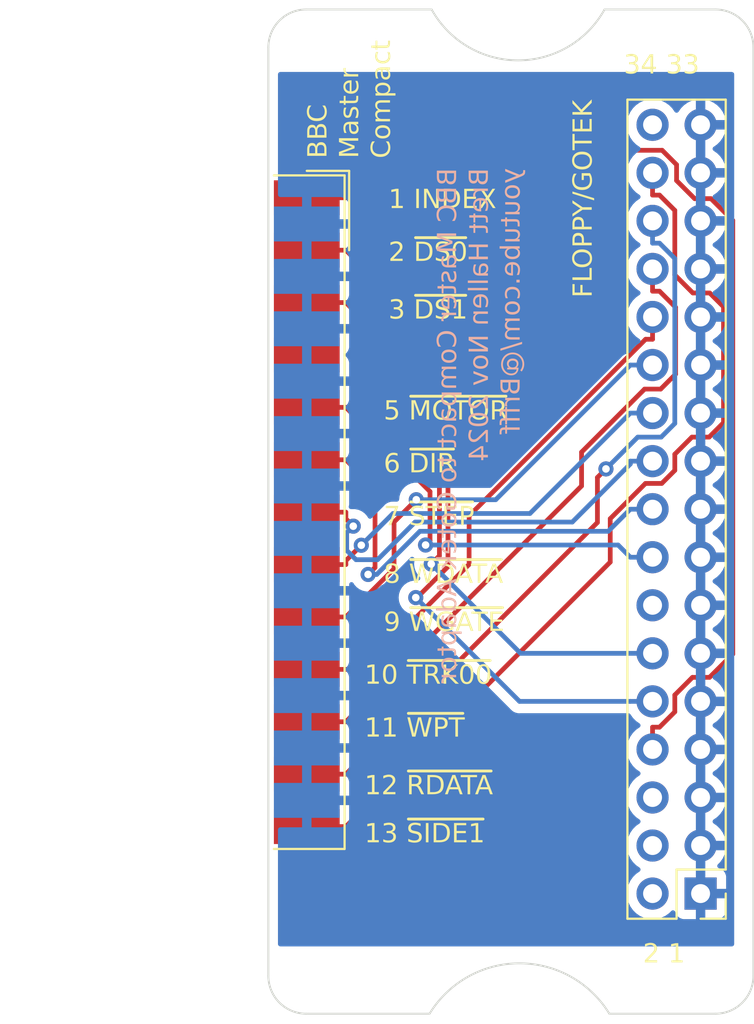
<source format=kicad_pcb>
(kicad_pcb (version 20221018) (generator pcbnew)
  (title_block (title "BBC Master Compact Floppy Adaptor") (date "17-Nov-2024") (rev "1.1-0") (company "Brett Hallen") (comment 1 "WWW.YOUTUBE.COM/@BRFFF"))
  (layers (0 "F.Cu" signal) (31 "B.Cu" signal) (34 "B.Paste" user) (35 "F.Paste" user) (36 "B.SilkS" user "B.Silkscreen") (37 "F.SilkS" user "F.Silkscreen") (38 "B.Mask" user) (39 "F.Mask" user) (44 "Edge.Cuts" user))
  (net 0 "")
  (net 1 "~{INDEX}")
  (net 2 "~{RDATA}")
  (net 3 "~{WPT}")
  (net 4 "~{TRK00}")
  (net 5 "~{WGATE}")
  (net 6 "~{WDATA}")
  (net 7 "~{STEP}")
  (net 8 "~{DIR}")
  (net 9 "~{MOTOR}")
  (net 11 "~{DS1}")
  (net 12 "~{DS0}")
  (net 13 "~{SIDE1}")
  (net 14 "GND")
  (footprint "Connector_Dsub:DSUB-25_Male_EdgeMount_P2.77mm" (layer "F.Cu") (at 98.298 69.5 -90)
    (fp_text reference "J1" hide)
    (fp_text value "BBC Master Compact" hide)
    (fp_line (start -18.043333 -2.24) (end -13.85 -2.24) (stroke (width 0.12)) (layer "F.SilkS"))
    (fp_line (start -18.043333 0) (end -18.043333 -2.24) (stroke (width 0.12)) (layer "F.SilkS"))
    (fp_line (start -17.803333 -2) (end -17.803333 1.74) (stroke (width 0.12)) (layer "F.SilkS"))
    (fp_line (start 17.803333 -2) (end -17.803333 -2) (stroke (width 0.12)) (layer "F.SilkS"))
    (fp_line (start 17.803333 1.74) (end 17.803333 -2) (stroke (width 0.12)) (layer "F.SilkS"))
    (pad "1" smd rect (at -16.62 0 270) (size 1.846667 3.48) (layers "F.Cu" "F.Paste" "F.Mask") (net 1 "~{INDEX}"))
    (pad "2" smd rect (at -13.85 0 270) (size 1.846667 3.48) (layers "F.Cu" "F.Paste" "F.Mask") (net 12 "~{DS0}"))
    (pad "3" smd rect (at -11.08 0 270) (size 1.846667 3.48) (layers "F.Cu" "F.Paste" "F.Mask") (net 11 "~{DS1}"))
    (pad "4" smd rect (at -8.31 0 270) (size 1.846667 3.48) (layers "F.Cu" "F.Paste" "F.Mask"))
    (pad "5" smd rect (at -5.54 0 270) (size 1.846667 3.48) (layers "F.Cu" "F.Paste" "F.Mask") (net 9 "~{MOTOR}"))
    (pad "6" smd rect (at -2.77 0 270) (size 1.846667 3.48) (layers "F.Cu" "F.Paste" "F.Mask") (net 8 "~{DIR}"))
    (pad "7" smd rect (at 0 0 270) (size 1.846667 3.48) (layers "F.Cu" "F.Paste" "F.Mask") (net 7 "~{STEP}"))
    (pad "8" smd rect (at 2.77 0 270) (size 1.846667 3.48) (layers "F.Cu" "F.Paste" "F.Mask") (net 6 "~{WDATA}"))
    (pad "9" smd rect (at 5.54 0 270) (size 1.846667 3.48) (layers "F.Cu" "F.Paste" "F.Mask") (net 5 "~{WGATE}"))
    (pad "10" smd rect (at 8.31 0 270) (size 1.846667 3.48) (layers "F.Cu" "F.Paste" "F.Mask") (net 4 "~{TRK00}"))
    (pad "11" smd rect (at 11.08 0 270) (size 1.846667 3.48) (layers "F.Cu" "F.Paste" "F.Mask") (net 3 "~{WPT}"))
    (pad "12" smd rect (at 13.85 0 270) (size 1.846667 3.48) (layers "F.Cu" "F.Paste" "F.Mask") (net 2 "~{RDATA}"))
    (pad "13" smd rect (at 16.62 0 270) (size 1.846667 3.48) (layers "F.Cu" "F.Paste" "F.Mask") (net 13 "~{SIDE1}"))
    (pad "14" smd rect (at -15.235 0 270) (size 1.846667 3.48) (layers "B.Cu" "B.Paste" "B.Mask") (net 14 "GND"))
    (pad "15" smd rect (at -12.465 0 270) (size 1.846667 3.48) (layers "B.Cu" "B.Paste" "B.Mask") (net 14 "GND"))
    (pad "16" smd rect (at -9.695 0 270) (size 1.846667 3.48) (layers "B.Cu" "B.Paste" "B.Mask") (net 14 "GND"))
    (pad "17" smd rect (at -6.925 0 270) (size 1.846667 3.48) (layers "B.Cu" "B.Paste" "B.Mask") (net 14 "GND"))
    (pad "18" smd rect (at -4.155 0 270) (size 1.846667 3.48) (layers "B.Cu" "B.Paste" "B.Mask") (net 14 "GND"))
    (pad "19" smd rect (at -1.385 0 270) (size 1.846667 3.48) (layers "B.Cu" "B.Paste" "B.Mask") (net 14 "GND"))
    (pad "20" smd rect (at 1.385 0 270) (size 1.846667 3.48) (layers "B.Cu" "B.Paste" "B.Mask") (net 14 "GND"))
    (pad "21" smd rect (at 4.155 0 270) (size 1.846667 3.48) (layers "B.Cu" "B.Paste" "B.Mask") (net 14 "GND"))
    (pad "22" smd rect (at 6.925 0 270) (size 1.846667 3.48) (layers "B.Cu" "B.Paste" "B.Mask") (net 14 "GND"))
    (pad "23" smd rect (at 9.695 0 270) (size 1.846667 3.48) (layers "B.Cu" "B.Paste" "B.Mask") (net 14 "GND"))
    (pad "24" smd rect (at 12.465 0 270) (size 1.846667 3.48) (layers "B.Cu" "B.Paste" "B.Mask") (net 14 "GND"))
    (pad "25" smd rect (at 15.235 0 270) (size 1.846667 3.48) (layers "B.Cu" "B.Paste" "B.Mask") (net 14 "GND"))
  )
  (footprint "Connector_PinHeader_2.54mm:PinHeader_2x17_P2.54mm_Vertical" (layer "F.Cu") (at 119.126 89.662 180)
    (fp_text reference "J2" hide)
    (fp_text value "Gotek" hide)
    (fp_line (start -1.33 -1.33) (end 0 -1.33) (stroke (width 0.12)) (layer "F.SilkS"))
    (fp_line (start -1.33 0) (end -1.33 -1.33) (stroke (width 0.12)) (layer "F.SilkS"))
    (fp_line (start -1.33 1.27) (end -1.33 41.97) (stroke (width 0.12)) (layer "F.SilkS"))
    (fp_line (start -1.33 1.27) (end 1.27 1.27) (stroke (width 0.12)) (layer "F.SilkS"))
    (fp_line (start -1.33 41.97) (end 3.87 41.97) (stroke (width 0.12)) (layer "F.SilkS"))
    (fp_line (start 1.27 -1.33) (end 3.87 -1.33) (stroke (width 0.12)) (layer "F.SilkS"))
    (fp_line (start 1.27 1.27) (end 1.27 -1.33) (stroke (width 0.12)) (layer "F.SilkS"))
    (fp_line (start 3.87 -1.33) (end 3.87 41.97) (stroke (width 0.12)) (layer "F.SilkS"))
    (pad "1" thru_hole rect (at 0 0 180) (size 1.7 1.7) (drill 1) (layers "*.Cu" "*.Mask") (net 14 "GND"))
    (pad "2" thru_hole oval (at 2.54 0 180) (size 1.7 1.7) (drill 1) (layers "*.Cu" "*.Mask"))
    (pad "3" thru_hole oval (at 0 2.54 180) (size 1.7 1.7) (drill 1) (layers "*.Cu" "*.Mask") (net 14 "GND"))
    (pad "4" thru_hole oval (at 2.54 2.54 180) (size 1.7 1.7) (drill 1) (layers "*.Cu" "*.Mask"))
    (pad "5" thru_hole oval (at 0 5.08 180) (size 1.7 1.7) (drill 1) (layers "*.Cu" "*.Mask") (net 14 "GND"))
    (pad "6" thru_hole oval (at 2.54 5.08 180) (size 1.7 1.7) (drill 1) (layers "*.Cu" "*.Mask"))
    (pad "7" thru_hole oval (at 0 7.62 180) (size 1.7 1.7) (drill 1) (layers "*.Cu" "*.Mask") (net 14 "GND"))
    (pad "8" thru_hole oval (at 2.54 7.62 180) (size 1.7 1.7) (drill 1) (layers "*.Cu" "*.Mask") (net 1 "~{INDEX}"))
    (pad "9" thru_hole oval (at 0 10.16 180) (size 1.7 1.7) (drill 1) (layers "*.Cu" "*.Mask") (net 14 "GND"))
    (pad "10" thru_hole oval (at 2.54 10.16 180) (size 1.7 1.7) (drill 1) (layers "*.Cu" "*.Mask") (net 12 "~{DS0}"))
    (pad "11" thru_hole oval (at 0 12.7 180) (size 1.7 1.7) (drill 1) (layers "*.Cu" "*.Mask") (net 14 "GND"))
    (pad "12" thru_hole oval (at 2.54 12.7 180) (size 1.7 1.7) (drill 1) (layers "*.Cu" "*.Mask") (net 11 "~{DS1}"))
    (pad "13" thru_hole oval (at 0 15.24 180) (size 1.7 1.7) (drill 1) (layers "*.Cu" "*.Mask") (net 14 "GND"))
    (pad "14" thru_hole oval (at 2.54 15.24 180) (size 1.7 1.7) (drill 1) (layers "*.Cu" "*.Mask"))
    (pad "15" thru_hole oval (at 0 17.78 180) (size 1.7 1.7) (drill 1) (layers "*.Cu" "*.Mask") (net 14 "GND"))
    (pad "16" thru_hole oval (at 2.54 17.78 180) (size 1.7 1.7) (drill 1) (layers "*.Cu" "*.Mask") (net 9 "~{MOTOR}"))
    (pad "17" thru_hole oval (at 0 20.32 180) (size 1.7 1.7) (drill 1) (layers "*.Cu" "*.Mask") (net 14 "GND"))
    (pad "18" thru_hole oval (at 2.54 20.32 180) (size 1.7 1.7) (drill 1) (layers "*.Cu" "*.Mask") (net 8 "~{DIR}"))
    (pad "19" thru_hole oval (at 0 22.86 180) (size 1.7 1.7) (drill 1) (layers "*.Cu" "*.Mask") (net 14 "GND"))
    (pad "20" thru_hole oval (at 2.54 22.86 180) (size 1.7 1.7) (drill 1) (layers "*.Cu" "*.Mask") (net 7 "~{STEP}"))
    (pad "21" thru_hole oval (at 0 25.4 180) (size 1.7 1.7) (drill 1) (layers "*.Cu" "*.Mask") (net 14 "GND"))
    (pad "22" thru_hole oval (at 2.54 25.4 180) (size 1.7 1.7) (drill 1) (layers "*.Cu" "*.Mask") (net 6 "~{WDATA}"))
    (pad "23" thru_hole oval (at 0 27.94 180) (size 1.7 1.7) (drill 1) (layers "*.Cu" "*.Mask") (net 14 "GND"))
    (pad "24" thru_hole oval (at 2.54 27.94 180) (size 1.7 1.7) (drill 1) (layers "*.Cu" "*.Mask") (net 5 "~{WGATE}"))
    (pad "25" thru_hole oval (at 0 30.48 180) (size 1.7 1.7) (drill 1) (layers "*.Cu" "*.Mask") (net 14 "GND"))
    (pad "26" thru_hole oval (at 2.54 30.48 180) (size 1.7 1.7) (drill 1) (layers "*.Cu" "*.Mask") (net 4 "~{TRK00}"))
    (pad "27" thru_hole oval (at 0 33.02 180) (size 1.7 1.7) (drill 1) (layers "*.Cu" "*.Mask") (net 14 "GND"))
    (pad "28" thru_hole oval (at 2.54 33.02 180) (size 1.7 1.7) (drill 1) (layers "*.Cu" "*.Mask") (net 3 "~{WPT}"))
    (pad "29" thru_hole oval (at 0 35.56 180) (size 1.7 1.7) (drill 1) (layers "*.Cu" "*.Mask") (net 14 "GND"))
    (pad "30" thru_hole oval (at 2.54 35.56 180) (size 1.7 1.7) (drill 1) (layers "*.Cu" "*.Mask") (net 2 "~{RDATA}"))
    (pad "31" thru_hole oval (at 0 38.1 180) (size 1.7 1.7) (drill 1) (layers "*.Cu" "*.Mask") (net 14 "GND"))
    (pad "32" thru_hole oval (at 2.54 38.1 180) (size 1.7 1.7) (drill 1) (layers "*.Cu" "*.Mask") (net 13 "~{SIDE1}"))
    (pad "33" thru_hole oval (at 0 40.64 180) (size 1.7 1.7) (drill 1) (layers "*.Cu" "*.Mask") (net 14 "GND"))
    (pad "34" thru_hole oval (at 2.54 40.64 180) (size 1.7 1.7) (drill 1) (layers "*.Cu" "*.Mask"))
  )
  (gr_line (start 96.266 44.926) (end 96.266 94.012) (stroke (width 0.1)) (layer "Edge.Cuts"))
  (gr_arc (start 121.92 94.012) (mid 121.334214 95.426214) (end 119.92 96.012) (stroke (width 0.1)) (layer "Edge.Cuts"))
  (gr_line (start 114.046 42.926) (end 119.92 42.926) (stroke (width 0.1)) (layer "Edge.Cuts"))
  (gr_line (start 121.92 94.012) (end 121.92 44.926) (stroke (width 0.1)) (layer "Edge.Cuts"))
  (gr_arc (start 114.046 42.926) (mid 109.474 45.61618) (end 104.902 42.926) (stroke (width 0.1)) (layer "Edge.Cuts"))
  (gr_line (start 98.266 42.926) (end 104.902 42.926) (stroke (width 0.1)) (layer "Edge.Cuts"))
  (gr_arc (start 104.792185 96.012) (mid 109.546092 93.348971) (end 114.299999 96.012) (stroke (width 0.1)) (layer "Edge.Cuts"))
  (gr_arc (start 119.92 42.926) (mid 121.334214 43.511786) (end 121.92 44.926) (stroke (width 0.1)) (layer "Edge.Cuts"))
  (gr_line (start 98.266 96.012) (end 104.792185 96.012) (stroke (width 0.1)) (layer "Edge.Cuts"))
  (gr_line (start 114.3 96.012) (end 119.92 96.012) (stroke (width 0.1)) (layer "Edge.Cuts"))
  (gr_arc (start 98.266 96.012) (mid 96.851786 95.426214) (end 96.266 94.012) (stroke (width 0.1)) (layer "Edge.Cuts"))
  (gr_arc (start 96.266 44.926) (mid 96.851786 43.511786) (end 98.266 42.926) (stroke (width 0.1)) (layer "Edge.Cuts"))
  (gr_text "BBC Master Compact to Gotek Adaptor\nBrett Hallen Nov 2024\nyoutube.com/@Brfff" (at 109.728 51.308 90) (layer "B.SilkS") (effects (font (size 1 1)) (justify left bottom mirror)))
  (gr_text "10 ~{TRK00}" (at 101.346 78.74) (layer "F.SilkS") (effects (font (size 1 1)) (justify left bottom)))
  (gr_text "1 INDEX" (at 102.616 53.594) (layer "F.SilkS") (effects (font (size 1 1)) (justify left bottom)))
  (gr_text "13 ~{SIDE1}" (at 101.346 87.122) (layer "F.SilkS") (effects (font (size 1 1)) (justify left bottom)))
  (gr_text "2 1" (at 116.078 93.472) (layer "F.SilkS") (effects (font (size 1 1)) (justify left bottom)))
  (gr_text "7 ~{STEP}" (at 102.362 70.358) (layer "F.SilkS") (effects (font (size 1 1)) (justify left bottom)))
  (gr_text "3 ~{DS1}" (at 102.616 59.436) (layer "F.SilkS") (effects (font (size 1 1)) (justify left bottom)))
  (gr_text "8 ~{WDATA}" (at 102.362 73.406) (layer "F.SilkS") (effects (font (size 1 1)) (justify left bottom)))
  (gr_text "11 ~{WPT}" (at 101.346 81.534) (layer "F.SilkS") (effects (font (size 1 1)) (justify left bottom)))
  (gr_text "34 33" (at 115.062 46.482) (layer "F.SilkS") (effects (font (size 1 1)) (justify left bottom)))
  (gr_text "BBC\nMaster\nCompact" (at 102.87 50.8 90) (layer "F.SilkS") (effects (font (size 1 1)) (justify left bottom)))
  (gr_text "12 ~{RDATA}" (at 101.346 84.582) (layer "F.SilkS") (effects (font (size 1 1)) (justify left bottom)))
  (gr_text "9 ~{WGATE}" (at 102.362 75.946) (layer "F.SilkS") (effects (font (size 1 1)) (justify left bottom)))
  (gr_text "2 ~{DS0}" (at 102.616 56.388) (layer "F.SilkS") (effects (font (size 1 1)) (justify left bottom)))
  (gr_text "5 ~{MOTOR}" (at 102.362 64.77) (layer "F.SilkS") (effects (font (size 1 1)) (justify left bottom)))
  (gr_text "6 ~{DIR}" (at 102.362 67.564) (layer "F.SilkS") (effects (font (size 1 1)) (justify left bottom)))
  (gr_text "FLOPPY/GOTEK" (at 113.538 58.166 90) (layer "F.SilkS") (effects (font (size 1 1)) (justify left bottom)))
  (segment (start 117.7629 80.0561) (end 117.7629 79.1642) (width 0.25) (layer "F.Cu") (net 1))
  (segment (start 102.8753 50.3696) (end 100.3649 52.88) (width 0.25) (layer "F.Cu") (net 1))
  (segment (start 116.586 82.042) (end 116.586 80.8651) (width 0.25) (layer "F.Cu") (net 1))
  (segment (start 116.9539 80.8651) (end 117.7629 80.0561) (width 0.25) (layer "F.Cu") (net 1))
  (segment (start 120.8289 77.0017) (end 120.8289 54.0785) (width 0.25) (layer "F.Cu") (net 1))
  (segment (start 117.7629 79.1642) (end 118.6951 78.232) (width 0.25) (layer "F.Cu") (net 1))
  (segment (start 119.6755 52.9251) (end 118.8101 52.9251) (width 0.25) (layer "F.Cu") (net 1))
  (segment (start 119.5986 78.232) (end 120.8289 77.0017) (width 0.25) (layer "F.Cu") (net 1))
  (segment (start 98.298 52.88) (end 100.3649 52.88) (width 0.25) (layer "F.Cu") (net 1))
  (segment (start 116.586 80.8651) (end 116.9539 80.8651) (width 0.25) (layer "F.Cu") (net 1))
  (segment (start 120.8289 54.0785) (end 119.6755 52.9251) (width 0.25) (layer "F.Cu") (net 1))
  (segment (start 117.0945 50.3696) (end 102.8753 50.3696) (width 0.25) (layer "F.Cu") (net 1))
  (segment (start 117.856 51.1311) (end 117.0945 50.3696) (width 0.25) (layer "F.Cu") (net 1))
  (segment (start 118.8101 52.9251) (end 117.856 51.971) (width 0.25) (layer "F.Cu") (net 1))
  (segment (start 118.6951 78.232) (end 119.5986 78.232) (width 0.25) (layer "F.Cu") (net 1))
  (segment (start 117.856 51.971) (end 117.856 51.1311) (width 0.25) (layer "F.Cu") (net 1))
  (segment (start 114.1216 67.2131) (end 113.6697 67.665) (width 0.25) (layer "F.Cu") (net 2))
  (segment (start 98.298 83.35) (end 100.3649 83.35) (width 0.25) (layer "F.Cu") (net 2))
  (segment (start 113.6697 70.0452) (end 100.3649 83.35) (width 0.25) (layer "F.Cu") (net 2))
  (segment (start 113.6697 67.665) (end 113.6697 70.0452) (width 0.25) (layer "F.Cu") (net 2))
  (via (at 114.1216 67.2131) (size 0.8) (drill 0.4) (layers "F.Cu" "B.Cu") (net 2))
  (segment (start 117.7629 56.0879) (end 117.7629 64.8093) (width 0.25) (layer "B.Cu") (net 2))
  (segment (start 117.7629 64.8093) (end 117.0402 65.532) (width 0.25) (layer "B.Cu") (net 2))
  (segment (start 116.9539 55.2789) (end 117.7629 56.0879) (width 0.25) (layer "B.Cu") (net 2))
  (segment (start 116.586 55.2789) (end 116.9539 55.2789) (width 0.25) (layer "B.Cu") (net 2))
  (segment (start 115.8027 65.532) (end 114.1216 67.2131) (width 0.25) (layer "B.Cu") (net 2))
  (segment (start 116.586 54.102) (end 116.586 55.2789) (width 0.25) (layer "B.Cu") (net 2))
  (segment (start 117.0402 65.532) (end 115.8027 65.532) (width 0.25) (layer "B.Cu") (net 2))
  (segment (start 116.1656 62.992) (end 112.831 66.3266) (width 0.25) (layer "F.Cu") (net 3))
  (segment (start 98.298 80.58) (end 100.3649 80.58) (width 0.25) (layer "F.Cu") (net 3))
  (segment (start 112.831 66.3266) (end 112.831 68.1139) (width 0.25) (layer "F.Cu") (net 3))
  (segment (start 112.831 68.1139) (end 100.3649 80.58) (width 0.25) (layer "F.Cu") (net 3))
  (segment (start 116.9538 57.8189) (end 117.8036 58.6687) (width 0.25) (layer "F.Cu") (net 3))
  (segment (start 117.8036 62.2053) (end 117.0169 62.992) (width 0.25) (layer "F.Cu") (net 3))
  (segment (start 116.586 56.642) (end 116.586 57.8189) (width 0.25) (layer "F.Cu") (net 3))
  (segment (start 117.0169 62.992) (end 116.1656 62.992) (width 0.25) (layer "F.Cu") (net 3))
  (segment (start 116.586 57.8189) (end 116.9538 57.8189) (width 0.25) (layer "F.Cu") (net 3))
  (segment (start 117.8036 58.6687) (end 117.8036 62.2053) (width 0.25) (layer "F.Cu") (net 3))
  (segment (start 106.883 69.6941) (end 106.883 72.2593) (width 0.25) (layer "F.Cu") (net 4))
  (segment (start 101.3323 77.81) (end 98.298 77.81) (width 0.25) (layer "F.Cu") (net 4))
  (segment (start 106.883 72.2593) (end 101.3323 77.81) (width 0.25) (layer "F.Cu") (net 4))
  (segment (start 116.2182 60.3589) (end 106.883 69.6941) (width 0.25) (layer "F.Cu") (net 4))
  (segment (start 116.586 59.182) (end 116.586 60.3589) (width 0.25) (layer "F.Cu") (net 4))
  (segment (start 116.586 60.3589) (end 116.2182 60.3589) (width 0.25) (layer "F.Cu") (net 4))
  (segment (start 102.9136 72.4913) (end 100.3649 75.04) (width 0.25) (layer "F.Cu") (net 5))
  (segment (start 98.298 75.04) (end 100.3649 75.04) (width 0.25) (layer "F.Cu") (net 5))
  (segment (start 102.9136 70.0186) (end 102.9136 72.4913) (width 0.25) (layer "F.Cu") (net 5))
  (segment (start 104.0894 68.8428) (end 102.9136 70.0186) (width 0.25) (layer "F.Cu") (net 5))
  (via (at 104.0894 68.8428) (size 0.8) (drill 0.4) (layers "F.Cu" "B.Cu") (net 5))
  (segment (start 115.4091 61.722) (end 108.2883 68.8428) (width 0.25) (layer "B.Cu") (net 5))
  (segment (start 116.586 61.722) (end 115.4091 61.722) (width 0.25) (layer "B.Cu") (net 5))
  (segment (start 108.2883 68.8428) (end 104.0894 68.8428) (width 0.25) (layer "B.Cu") (net 5))
  (segment (start 101.1812 71.2478) (end 100.3649 72.0641) (width 0.25) (layer "F.Cu") (net 6))
  (segment (start 100.3649 72.0641) (end 100.3649 72.27) (width 0.25) (layer "F.Cu") (net 6))
  (segment (start 98.298 72.27) (end 100.3649 72.27) (width 0.25) (layer "F.Cu") (net 6))
  (via (at 101.1812 71.2478) (size 0.8) (drill 0.4) (layers "F.Cu" "B.Cu") (net 6))
  (segment (start 116.586 64.262) (end 115.4091 64.262) (width 0.25) (layer "B.Cu") (net 6))
  (segment (start 102.8593 69.5697) (end 110.1014 69.5697) (width 0.25) (layer "B.Cu") (net 6))
  (segment (start 110.1014 69.5697) (end 115.4091 64.262) (width 0.25) (layer "B.Cu") (net 6))
  (segment (start 101.1812 71.2478) (end 102.8593 69.5697) (width 0.25) (layer "B.Cu") (net 6))
  (segment (start 100.3649 69.5) (end 100.3649 69.8484) (width 0.25) (layer "F.Cu") (net 7))
  (segment (start 100.3649 69.8484) (end 100.7563 70.2398) (width 0.25) (layer "F.Cu") (net 7))
  (segment (start 98.298 69.5) (end 100.3649 69.5) (width 0.25) (layer "F.Cu") (net 7))
  (via (at 100.7563 70.2398) (size 0.8) (drill 0.4) (layers "F.Cu" "B.Cu") (net 7))
  (segment (start 100.4098 70.5863) (end 100.4098 71.5207) (width 0.25) (layer "B.Cu") (net 7))
  (segment (start 100.7563 70.2398) (end 100.4098 70.5863) (width 0.25) (layer "B.Cu") (net 7))
  (segment (start 102.0391 72.0121) (end 104.0296 70.0216) (width 0.25) (layer "B.Cu") (net 7))
  (segment (start 100.9012 72.0121) (end 102.0391 72.0121) (width 0.25) (layer "B.Cu") (net 7))
  (segment (start 100.4098 71.5207) (end 100.9012 72.0121) (width 0.25) (layer "B.Cu") (net 7))
  (segment (start 116.586 66.802) (end 115.4091 66.802) (width 0.25) (layer "B.Cu") (net 7))
  (segment (start 115.4091 66.9536) (end 115.4091 66.802) (width 0.25) (layer "B.Cu") (net 7))
  (segment (start 104.0296 70.0216) (end 112.3411 70.0216) (width 0.25) (layer "B.Cu") (net 7))
  (segment (start 112.3411 70.0216) (end 115.4091 66.9536) (width 0.25) (layer "B.Cu") (net 7))
  (segment (start 101.9081 68.2732) (end 100.3649 66.73) (width 0.25) (layer "F.Cu") (net 8))
  (segment (start 98.298 66.73) (end 100.3649 66.73) (width 0.25) (layer "F.Cu") (net 8))
  (segment (start 101.9081 72.4251) (end 101.9081 68.2732) (width 0.25) (layer "F.Cu") (net 8))
  (segment (start 101.5415 72.7917) (end 101.9081 72.4251) (width 0.25) (layer "F.Cu") (net 8))
  (via (at 101.5415 72.7917) (size 0.8) (drill 0.4) (layers "F.Cu" "B.Cu") (net 8))
  (segment (start 101.9981 72.7917) (end 104.2801 70.5097) (width 0.25) (layer "B.Cu") (net 8))
  (segment (start 114.2414 70.5097) (end 115.4091 69.342) (width 0.25) (layer "B.Cu") (net 8))
  (segment (start 104.2801 70.5097) (end 114.2414 70.5097) (width 0.25) (layer "B.Cu") (net 8))
  (segment (start 101.5415 72.7917) (end 101.9981 72.7917) (width 0.25) (layer "B.Cu") (net 8))
  (segment (start 116.586 69.342) (end 115.4091 69.342) (width 0.25) (layer "B.Cu") (net 8))
  (segment (start 104.5811 71.2366) (end 104.8163 71.0014) (width 0.25) (layer "F.Cu") (net 9))
  (segment (start 104.8163 71.0014) (end 104.8163 68.4114) (width 0.25) (layer "F.Cu") (net 9))
  (segment (start 104.8163 68.4114) (end 100.3649 63.96) (width 0.25) (layer "F.Cu") (net 9))
  (segment (start 98.298 63.96) (end 100.3649 63.96) (width 0.25) (layer "F.Cu") (net 9))
  (via (at 104.5811 71.2366) (size 0.8) (drill 0.4) (layers "F.Cu" "B.Cu") (net 9))
  (segment (start 116.586 71.882) (end 115.4091 71.882) (width 0.25) (layer "B.Cu") (net 9))
  (segment (start 115.4091 71.882) (end 114.7637 71.2366) (width 0.25) (layer "B.Cu") (net 9))
  (segment (start 114.7637 71.2366) (end 104.5811 71.2366) (width 0.25) (layer "B.Cu") (net 9))
  (segment (start 98.298 58.42) (end 100.3649 58.42) (width 0.25) (layer "F.Cu") (net 11))
  (segment (start 100.3649 58.42) (end 105.3128 63.3679) (width 0.25) (layer "F.Cu") (net 11))
  (segment (start 105.3128 63.3679) (end 105.3128 71.8063) (width 0.25) (layer "F.Cu") (net 11))
  (segment (start 105.3128 71.8063) (end 104.8805 72.2386) (width 0.25) (layer "F.Cu") (net 11))
  (via (at 104.8805 72.2386) (size 0.8) (drill 0.4) (layers "F.Cu" "B.Cu") (net 11))
  (segment (start 109.6039 76.962) (end 104.8805 72.2386) (width 0.25) (layer "B.Cu") (net 11))
  (segment (start 116.586 76.962) (end 109.6039 76.962) (width 0.25) (layer "B.Cu") (net 11))
  (segment (start 105.766 72.3813) (end 104.132 74.0153) (width 0.25) (layer "F.Cu") (net 12))
  (segment (start 104.132 74.0153) (end 104.0621 74.0153) (width 0.25) (layer "F.Cu") (net 12))
  (segment (start 105.766 61.0511) (end 105.766 72.3813) (width 0.25) (layer "F.Cu") (net 12))
  (segment (start 98.298 55.65) (end 100.3649 55.65) (width 0.25) (layer "F.Cu") (net 12))
  (segment (start 100.3649 55.65) (end 105.766 61.0511) (width 0.25) (layer "F.Cu") (net 12))
  (via (at 104.0621 74.0153) (size 0.8) (drill 0.4) (layers "F.Cu" "B.Cu") (net 12))
  (segment (start 109.5488 79.502) (end 104.0621 74.0153) (width 0.25) (layer "B.Cu") (net 12))
  (segment (start 115.4091 79.502) (end 109.5488 79.502) (width 0.25) (layer "B.Cu") (net 12))
  (segment (start 116.586 79.502) (end 115.4091 79.502) (width 0.25) (layer "B.Cu") (net 12))
  (segment (start 116.586 52.7389) (end 116.9539 52.7389) (width 0.25) (layer "F.Cu") (net 13))
  (segment (start 118.717 57.912) (end 119.6082 57.912) (width 0.25) (layer "F.Cu") (net 13))
  (segment (start 117.7629 53.5479) (end 117.7629 56.9579) (width 0.25) (layer "F.Cu") (net 13))
  (segment (start 114.3467 69.8457) (end 114.3467 72.1382) (width 0.25) (layer "F.Cu") (net 13))
  (segment (start 120.34 58.6438) (end 120.34 64.7687) (width 0.25) (layer "F.Cu") (net 13))
  (segment (start 119.5767 65.532) (end 118.667 65.532) (width 0.25) (layer "F.Cu") (net 13))
  (segment (start 118.667 65.532) (end 117.7629 66.4361) (width 0.25) (layer "F.Cu") (net 13))
  (segment (start 117.0723 67.9801) (end 116.2123 67.9801) (width 0.25) (layer "F.Cu") (net 13))
  (segment (start 116.2123 67.9801) (end 114.3467 69.8457) (width 0.25) (layer "F.Cu") (net 13))
  (segment (start 116.586 51.562) (end 116.586 52.7389) (width 0.25) (layer "F.Cu") (net 13))
  (segment (start 116.9539 52.7389) (end 117.7629 53.5479) (width 0.25) (layer "F.Cu") (net 13))
  (segment (start 117.7629 56.9579) (end 118.717 57.912) (width 0.25) (layer "F.Cu") (net 13))
  (segment (start 117.7629 66.4361) (end 117.7629 67.2895) (width 0.25) (layer "F.Cu") (net 13))
  (segment (start 114.3467 72.1382) (end 100.3649 86.12) (width 0.25) (layer "F.Cu") (net 13))
  (segment (start 117.7629 67.2895) (end 117.0723 67.9801) (width 0.25) (layer "F.Cu") (net 13))
  (segment (start 98.298 86.12) (end 100.3649 86.12) (width 0.25) (layer "F.Cu") (net 13))
  (segment (start 119.6082 57.912) (end 120.34 58.6438) (width 0.25) (layer "F.Cu") (net 13))
  (segment (start 120.34 64.7687) (end 119.5767 65.532) (width 0.25) (layer "F.Cu") (net 13))
  (zone (net 14) (net_name "GND") (layer "B.Cu") (connect_pads (clearance 0.5)) (min_thickness 0.25) (fill yes (thermal_gap 0.5) (thermal_bridge_width 0.5))
    (polygon (pts (xy 120.904 92.456) (xy 96.774 92.456) (xy 96.774 46.228) (xy 120.904 46.228)))
  )
)
</source>
